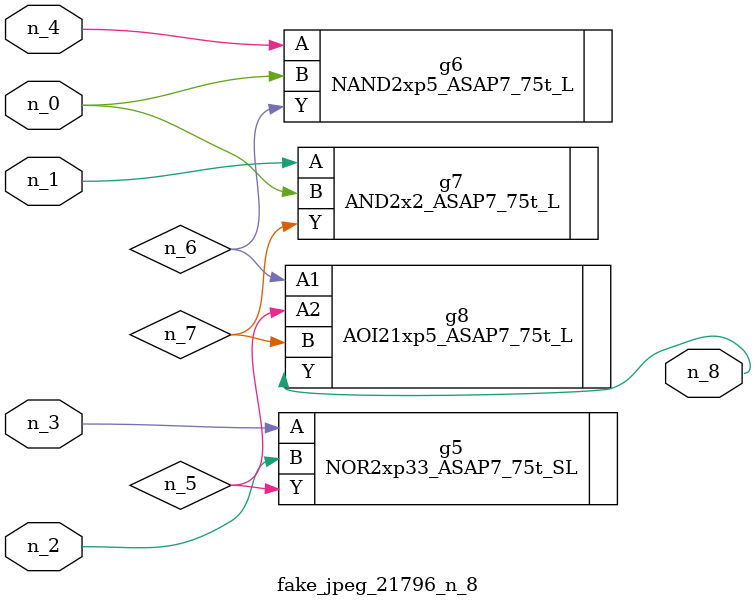
<source format=v>
module fake_jpeg_21796_n_8 (n_3, n_2, n_1, n_0, n_4, n_8);

input n_3;
input n_2;
input n_1;
input n_0;
input n_4;

output n_8;

wire n_6;
wire n_5;
wire n_7;

NOR2xp33_ASAP7_75t_SL g5 ( 
.A(n_3),
.B(n_2),
.Y(n_5)
);

NAND2xp5_ASAP7_75t_L g6 ( 
.A(n_4),
.B(n_0),
.Y(n_6)
);

AND2x2_ASAP7_75t_L g7 ( 
.A(n_1),
.B(n_0),
.Y(n_7)
);

AOI21xp5_ASAP7_75t_L g8 ( 
.A1(n_6),
.A2(n_5),
.B(n_7),
.Y(n_8)
);


endmodule
</source>
